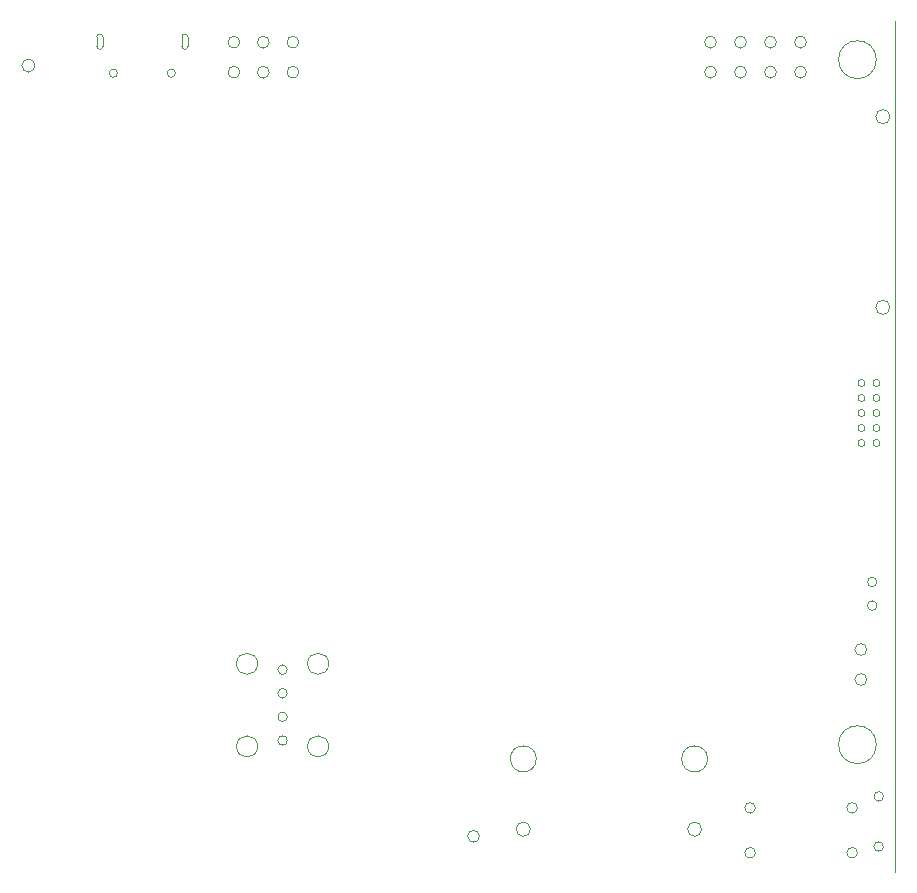
<source format=gbr>
%TF.GenerationSoftware,Altium Limited,Altium Designer,23.11.1 (41)*%
G04 Layer_Color=32896*
%FSLAX45Y45*%
%MOMM*%
%TF.SameCoordinates,D78E9C2B-A710-42EA-B38E-4640A2B68151*%
%TF.FilePolarity,Positive*%
%TF.FileFunction,Other,Mechanical_52*%
%TF.Part,Single*%
G01*
G75*
%TA.AperFunction,NonConductor*%
%ADD251C,0.01270*%
D251*
X216002Y6825003D02*
G03*
X216002Y6825003I-55000J0D01*
G01*
D02*
G03*
X216002Y6825003I-55000J0D01*
G01*
X740002Y6987003D02*
G03*
X790002Y6987003I25000J0D01*
G01*
X915002Y6760003D02*
G03*
X915002Y6760003I-35000J0D01*
G01*
X1510002Y7067003D02*
G03*
X1460002Y7067003I-25000J0D01*
G01*
X7455002Y4778503D02*
G03*
X7455002Y4778503I-60000J0D01*
G01*
Y6392503D02*
G03*
X7455002Y6392503I-60000J0D01*
G01*
X7399874Y212503D02*
G03*
X7399874Y212503I-40000J0D01*
G01*
Y637503D02*
G03*
X7399874Y637503I-40000J0D01*
G01*
X6316002Y160003D02*
G03*
X6316002Y160003I-45000J0D01*
G01*
Y540003D02*
G03*
X6316002Y540003I-45000J0D01*
G01*
X7180002D02*
G03*
X7180002Y540003I-45000J0D01*
G01*
Y160003D02*
G03*
X7180002Y160003I-45000J0D01*
G01*
X4411201Y359003D02*
G03*
X4411201Y359003I-60000J0D01*
G01*
X4461202Y955003D02*
G03*
X4461202Y955003I-110000J0D01*
G01*
X1405002Y6760003D02*
G03*
X1405002Y6760003I-35000J0D01*
G01*
X5861202Y359003D02*
G03*
X5861202Y359003I-60000J0D01*
G01*
X3980002Y300003D02*
G03*
X3980002Y300003I-50000J0D01*
G01*
X2102281Y1760003D02*
G03*
X2102281Y1760003I-90000J0D01*
G01*
X2703723D02*
G03*
X2703723Y1760003I-90000J0D01*
G01*
X2353002Y1710003D02*
G03*
X2353002Y1710003I-40000J0D01*
G01*
Y1310003D02*
G03*
X2353002Y1310003I-40000J0D01*
G01*
X1460002Y6987003D02*
G03*
X1510002Y6987003I25000J0D01*
G01*
X2703723Y1060003D02*
G03*
X2703723Y1060003I-90000J0D01*
G01*
X2102281Y1060003D02*
G03*
X2102281Y1060003I-90000J0D01*
G01*
X2353002Y1110003D02*
G03*
X2353002Y1110003I-40000J0D01*
G01*
X790002Y7067003D02*
G03*
X740002Y7067003I-25000J0D01*
G01*
X5911202Y955003D02*
G03*
X5911202Y955003I-110000J0D01*
G01*
X6748002Y6769003D02*
G03*
X6748002Y6769003I-50000J0D01*
G01*
X6494002Y7023003D02*
G03*
X6494002Y7023003I-50000J0D01*
G01*
X6748002D02*
G03*
X6748002Y7023003I-50000J0D01*
G01*
X7244459Y4136503D02*
G03*
X7244459Y4136503I-30457J0D01*
G01*
X2353002Y1510003D02*
G03*
X2353002Y1510003I-40000J0D01*
G01*
X6240002Y7023003D02*
G03*
X6240002Y7023003I-50000J0D01*
G01*
X7371459Y3882503D02*
G03*
X7371459Y3882503I-30457J0D01*
G01*
X6240002Y6769003D02*
G03*
X6240002Y6769003I-50000J0D01*
G01*
X5986002Y7023003D02*
G03*
X5986002Y7023003I-50000J0D01*
G01*
Y6769003D02*
G03*
X5986002Y6769003I-50000J0D01*
G01*
X7371459Y4136503D02*
G03*
X7371459Y4136503I-30457J0D01*
G01*
X2450081Y6769003D02*
G03*
X2450081Y6769003I-50000J0D01*
G01*
X1950081D02*
G03*
X1950081Y6769003I-50000J0D01*
G01*
X2200081Y7023003D02*
G03*
X2200081Y7023003I-50000J0D01*
G01*
Y6769003D02*
G03*
X2200081Y6769003I-50000J0D01*
G01*
X2450081Y7023003D02*
G03*
X2450081Y7023003I-50000J0D01*
G01*
X7244459Y4009503D02*
G03*
X7244459Y4009503I-30457J0D01*
G01*
X7371459D02*
G03*
X7371459Y4009503I-30457J0D01*
G01*
X7244459Y3628503D02*
G03*
X7244459Y3628503I-30457J0D01*
G01*
X7345002Y2253003D02*
G03*
X7345002Y2253003I-40000J0D01*
G01*
Y2453003D02*
G03*
X7345002Y2453003I-40000J0D01*
G01*
X7258302Y1881003D02*
G03*
X7258302Y1881003I-50000J0D01*
G01*
X6494002Y6769003D02*
G03*
X6494002Y6769003I-50000J0D01*
G01*
X7371459Y3755503D02*
G03*
X7371459Y3755503I-30457J0D01*
G01*
X7244459D02*
G03*
X7244459Y3755503I-30457J0D01*
G01*
X7371459Y3628503D02*
G03*
X7371459Y3628503I-30457J0D01*
G01*
X7258302Y1627003D02*
G03*
X7258302Y1627003I-50000J0D01*
G01*
X1950081Y7023003D02*
G03*
X1950081Y7023003I-50000J0D01*
G01*
X7244459Y3882503D02*
G03*
X7244459Y3882503I-30457J0D01*
G01*
X7340002Y1075003D02*
G03*
X7340002Y1075003I-160000J0D01*
G01*
Y6875003D02*
G03*
X7340002Y6875003I-160000J0D01*
G01*
X790002Y7067003D02*
G03*
X740002Y7067003I-25000J0D01*
G01*
Y6987003D02*
G03*
X790002Y6987003I25000J0D01*
G01*
X1405002Y6760003D02*
G03*
X1405002Y6760003I-35000J0D01*
G01*
X7455002Y4778503D02*
G03*
X7455002Y4778503I-60000J0D01*
G01*
X1510002Y7067003D02*
G03*
X1460002Y7067003I-25000J0D01*
G01*
X7399874Y637503D02*
G03*
X7399874Y637503I-40000J0D01*
G01*
X6316002Y160003D02*
G03*
X6316002Y160003I-45000J0D01*
G01*
Y540003D02*
G03*
X6316002Y540003I-45000J0D01*
G01*
X7180002D02*
G03*
X7180002Y540003I-45000J0D01*
G01*
Y160003D02*
G03*
X7180002Y160003I-45000J0D01*
G01*
X4411201Y359003D02*
G03*
X4411201Y359003I-60000J0D01*
G01*
X4461202Y955003D02*
G03*
X4461202Y955003I-110000J0D01*
G01*
X5911202D02*
G03*
X5911202Y955003I-110000J0D01*
G01*
X5861202Y359003D02*
G03*
X5861202Y359003I-60000J0D01*
G01*
X3980002Y300003D02*
G03*
X3980002Y300003I-50000J0D01*
G01*
X7455002Y6392503D02*
G03*
X7455002Y6392503I-60000J0D01*
G01*
X915002Y6760003D02*
G03*
X915002Y6760003I-35000J0D01*
G01*
X2353002Y1310003D02*
G03*
X2353002Y1310003I-40000J0D01*
G01*
Y1110003D02*
G03*
X2353002Y1110003I-40000J0D01*
G01*
X2703723Y1060003D02*
G03*
X2703723Y1060003I-90000J0D01*
G01*
X2102281Y1060003D02*
G03*
X2102281Y1060003I-90000J0D01*
G01*
X2703723Y1760003D02*
G03*
X2703723Y1760003I-90000J0D01*
G01*
X2353002Y1710003D02*
G03*
X2353002Y1710003I-40000J0D01*
G01*
Y1510003D02*
G03*
X2353002Y1510003I-40000J0D01*
G01*
X6748002Y6769003D02*
G03*
X6748002Y6769003I-50000J0D01*
G01*
X6494002Y7023003D02*
G03*
X6494002Y7023003I-50000J0D01*
G01*
X7399874Y212503D02*
G03*
X7399874Y212503I-40000J0D01*
G01*
X1460002Y6987003D02*
G03*
X1510002Y6987003I25000J0D01*
G01*
X6748002Y7023003D02*
G03*
X6748002Y7023003I-50000J0D01*
G01*
X6494002Y6769003D02*
G03*
X6494002Y6769003I-50000J0D01*
G01*
X6240002Y7023003D02*
G03*
X6240002Y7023003I-50000J0D01*
G01*
X7371459Y3882503D02*
G03*
X7371459Y3882503I-30457J0D01*
G01*
X6240002Y6769003D02*
G03*
X6240002Y6769003I-50000J0D01*
G01*
X5986002Y7023003D02*
G03*
X5986002Y7023003I-50000J0D01*
G01*
Y6769003D02*
G03*
X5986002Y6769003I-50000J0D01*
G01*
X7371459Y4136503D02*
G03*
X7371459Y4136503I-30457J0D01*
G01*
X2450081Y6769003D02*
G03*
X2450081Y6769003I-50000J0D01*
G01*
X1950081D02*
G03*
X1950081Y6769003I-50000J0D01*
G01*
X2200081D02*
G03*
X2200081Y6769003I-50000J0D01*
G01*
X2450081Y7023003D02*
G03*
X2450081Y7023003I-50000J0D01*
G01*
X7244459Y3628503D02*
G03*
X7244459Y3628503I-30457J0D01*
G01*
X7345002Y2253003D02*
G03*
X7345002Y2253003I-40000J0D01*
G01*
Y2453003D02*
G03*
X7345002Y2453003I-40000J0D01*
G01*
X7258302Y1881003D02*
G03*
X7258302Y1881003I-50000J0D01*
G01*
X7244459Y3882503D02*
G03*
X7244459Y3882503I-30457J0D01*
G01*
X7371459Y3755503D02*
G03*
X7371459Y3755503I-30457J0D01*
G01*
X7244459D02*
G03*
X7244459Y3755503I-30457J0D01*
G01*
X7371459Y3628503D02*
G03*
X7371459Y3628503I-30457J0D01*
G01*
X7258302Y1627003D02*
G03*
X7258302Y1627003I-50000J0D01*
G01*
X1950081Y7023003D02*
G03*
X1950081Y7023003I-50000J0D01*
G01*
X2200081D02*
G03*
X2200081Y7023003I-50000J0D01*
G01*
X7371459Y4009503D02*
G03*
X7371459Y4009503I-30457J0D01*
G01*
X7244459D02*
G03*
X7244459Y4009503I-30457J0D01*
G01*
Y4136503D02*
G03*
X7244459Y4136503I-30457J0D01*
G01*
X7340002Y1075003D02*
G03*
X7340002Y1075003I-160000J0D01*
G01*
Y6875003D02*
G03*
X7340002Y6875003I-160000J0D01*
G01*
X2102281Y1760003D02*
G03*
X2102281Y1760003I-90000J0D01*
G01*
X1510002Y6987003D02*
Y7067003D01*
X790002Y6987003D02*
Y7067003D01*
X1460002Y6987003D02*
Y7067003D01*
X740002Y6987003D02*
Y7067003D01*
X7500002Y3D02*
Y7200003D01*
%TF.MD5,333c4265e80b6186e89e148d8e98807e*%
M02*

</source>
